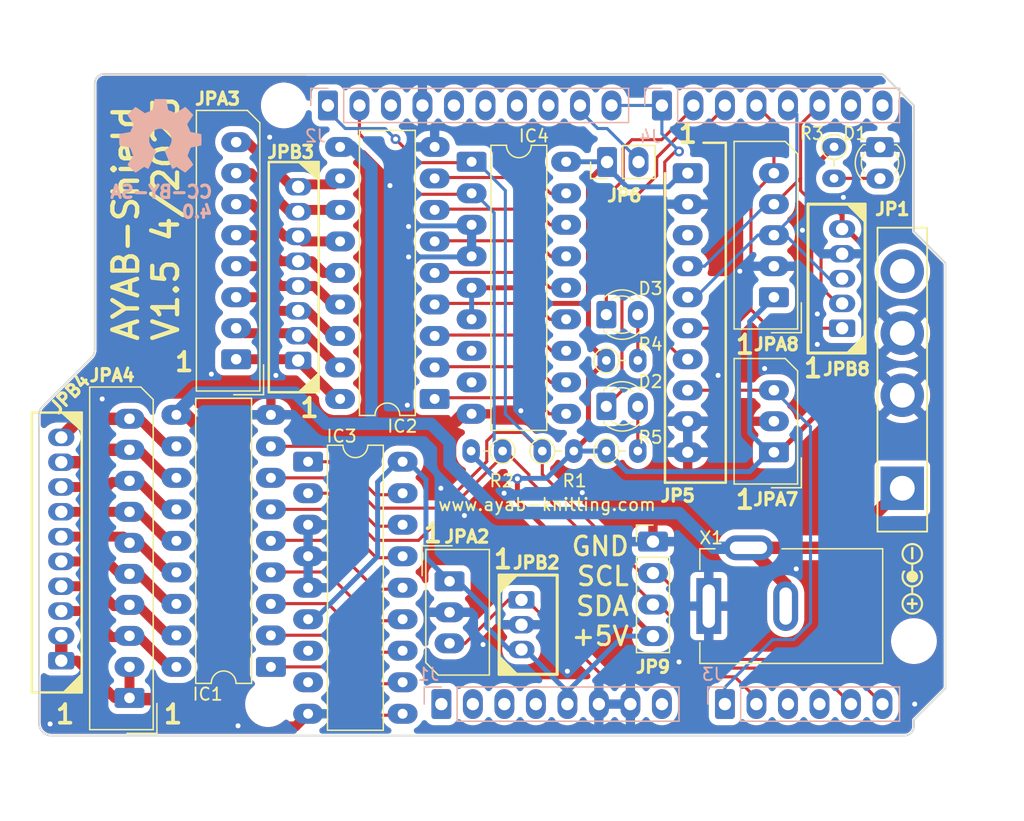
<source format=kicad_pcb>
(kicad_pcb (version 20241229) (generator "pcbnew") (generator_version "9.0")
  (title_block (title "AYAB-Shield") (date "2025-02-09") (rev "1.5THT") (company "AYAB Project") (comment 1 "GND pour fix (#46)") (comment 2 "Silkscreen clarity (#45)"))
  (layers (0 "F.Cu" signal) (2 "B.Cu" signal) (13 "F.Paste" user) (15 "B.Paste" user) (5 "F.SilkS" user "F.Silkscreen") (7 "B.SilkS" user "B.Silkscreen") (1 "F.Mask" user) (3 "B.Mask" user) (25 "Edge.Cuts" user))
  (net 0 "")
  (net 1 "/EOL_R")
  (net 2 "GND")
  (net 3 "+5V")
  (net 4 "+15V")
  (net 5 "/EOL_L")
  (net 6 "Net-(D1-A)")
  (net 7 "Net-(D2-A)")
  (net 8 "Net-(D3-A)")
  (net 9 "Net-(IC1-I7)")
  (net 10 "Net-(IC1-I5)")
  (net 11 "Net-(IC1-O8)")
  (net 12 "Net-(IC1-I6)")
  (net 13 "Net-(IC1-I1)")
  (net 14 "Net-(IC1-O7)")
  (net 15 "Net-(IC1-I4)")
  (net 16 "Net-(IC1-O3)")
  (net 17 "Net-(IC1-I8)")
  (net 18 "/SDA")
  (net 19 "/SCL")
  (net 20 "Net-(IC1-O4)")
  (net 21 "Net-(IC1-O2)")
  (net 22 "Net-(IC1-O5)")
  (net 23 "Net-(IC1-O1)")
  (net 24 "Net-(IC1-O6)")
  (net 25 "Net-(IC1-I3)")
  (net 26 "Net-(IC1-I2)")
  (net 27 "Net-(IC2-O5)")
  (net 28 "Net-(IC2-I8)")
  (net 29 "Net-(IC2-I2)")
  (net 30 "Net-(IC2-O7)")
  (net 31 "Net-(IC2-I5)")
  (net 32 "Net-(IC2-O2)")
  (net 33 "Net-(IC2-I3)")
  (net 34 "Net-(IC2-I1)")
  (net 35 "Net-(IC2-O6)")
  (net 36 "Net-(IC2-I4)")
  (net 37 "Net-(IC2-O1)")
  (net 38 "Net-(IC2-I7)")
  (net 39 "Net-(IC2-O3)")
  (net 40 "Net-(IC2-O4)")
  (net 41 "Net-(IC2-I6)")
  (net 42 "Net-(IC2-O8)")
  (net 48 "/ENC_C")
  (net 49 "/ENC_B")
  (net 50 "/ENC_A")
  (net 51 "/910_L")
  (net 52 "/LED_GRN")
  (net 53 "/BUZZ")
  (net 54 "/LED_YEL")
  (footprint "ayab-library:DIP-18_W7.62mm_LongPads" (layer "F.Cu") (at 142.1 102.9 180)
    (property "Reference" "IC2")
    (property "Value" "ULN2803A")
  )
  (footprint "ayab-library:Molex_SPOX_5267-10A_1x10_P2.50mm_Vertical" (layer "F.Cu") (at 117.5 127 90)
    (property "Reference" "JPA4")
    (property "Value" "1X10 2.5mm")
  )
  (footprint "ayab-library:Polarity_Center_Negative_2mm_SilkScreen" (layer "F.Cu") (at 180.6 117.4 90)
    (property "Reference" "G***" (hide yes))
    (property "Value" "Polarity_Center_Negative_2mm_SilkScreen" (hide yes))
  )
  (footprint "ayab-library:LED_D3.0mm" (layer "F.Cu") (at 178 82.6 -90)
    (property "Reference" "D1")
    (property "Value" "RED_3MM")
  )
  (footprint "ayab-library:LED_D3.0mm" (layer "F.Cu") (at 155.94 103.5)
    (property "Reference" "D2")
    (property "Value" "YEL_3MM")
  )
  (footprint "ayab-library:LED_D3.0mm" (layer "F.Cu") (at 155.94 96.1)
    (property "Reference" "D3")
    (property "Value" "GRN_3MM")
  )
  (footprint "ayab-library:CONN-TH_A2004WV-5P" (layer "F.Cu") (at 174.95 93.2 -90)
    (property "Reference" "JPB8")
    (property "Value" "1X5 2mm")
  )
  (footprint "ayab-library:PinHeader_1x02_P2.54mm_Vertical" (layer "F.Cu") (at 156 83.8 90)
    (property "Reference" "JP6")
    (property "Value" "1x2 2.5mm")
  )
  (footprint "ayab-library:530140810" (layer "F.Cu") (at 131.1 99.8 -90)
    (property "Reference" "JPB3")
    (property "Value" "1X8 2mm" (hide yes))
  )
  (footprint "ayab-library:SHDR10W70P0X250_1X10_2740X490X590P" (layer "F.Cu") (at 162.5 107.2 90)
    (property "Reference" "JP5")
    (property "Value" "1X10 2.5mm" (hide yes))
  )
  (footprint "ayab-library:R_Axial_DIN0204_L3.6mm_D1.6mm_P2.54mm_Vertical" (layer "F.Cu") (at 155.94 99.8)
    (property "Reference" "R4")
    (property "Value" "150")
  )
  (footprint "ayab-library:CONN-TH_3P-P2.00_A2004WV-3P" (layer "F.Cu") (at 149.1 121.1 90)
    (property "Reference" "JPB2")
    (property "Value" "1X3 2mm")
  )
  (footprint "ayab-library:530141010" (layer "F.Cu") (at 112 124 -90)
    (property "Reference" "JPB4")
    (property "Value" "1X10 2mm" (hide yes))
  )
  (footprint "ayab-library:DIP-18_W7.62mm_LongPads" (layer "F.Cu") (at 131.9 107.96)
    (property "Reference" "IC3")
    (property "Value" "MCP2300X/P")
  )
  (footprint "ayab-library:Brother_4P" (layer "F.Cu") (at 177.8 89.095 -90)
    (property "Reference" "JP1")
    (property "Value" "BROTHER POWER" (hide yes))
  )
  (footprint "ayab-library:MountingHole_3.2mm" (layer "F.Cu") (at 129.94 79.24)
    (property "Reference" "MH1" (hide yes))
    (property "Value" "MountingHole_3.2mm" (hide yes))
  )
  (footprint "ayab-library:MountingHole_3.2mm" (layer "F.Cu") (at 180.74 122.42)
    (property "Reference" "MH4" (hide yes))
    (property "Value" "MountingHole_3.2mm" (hide yes))
  )
  (footprint "ayab-library:PinHeader_1x04_P2.54mm_Vertical" (layer "F.Cu") (at 159.7 114.4)
    (property "Reference" "JP9")
    (property "Value" "1X5 2.5mm")
  )
  (footprint "ayab-library:R_Axial_DIN0204_L3.6mm_D1.6mm_P2.54mm_Vertical" (layer "F.Cu") (at 150.78 107.1)
    (property "Reference" "R1")
    (property "Value" "4K7")
  )
  (footprint "ayab-library:BarrelJack_Kycon_KLDX-0202-xC_Horizontal" (layer "F.Cu") (at 164.2 119.6 180)
    (property "Reference" "X1")
    (property "Value" "KLDX-0202-AC")
  )
  (footprint "ayab-library:DIP-18_W7.62mm_LongPads" (layer "F.Cu") (at 128.9 124.5 180)
    (property "Reference" "IC1")
    (property "Value" "ULN2803A")
  )
  (footprint "ayab-library:MountingHole_3.2mm" (layer "F.Cu") (at 128.67 127.5)
    (property "Reference" "MH2" (hide yes))
    (property "Value" "MountingHole_3.2mm" (hide yes))
  )
  (footprint "ayab-library:R_Axial_DIN0204_L3.6mm_D1.6mm_P2.54mm_Vertical" (layer "F.Cu") (at 174.3 82.58 -90)
    (property "Reference" "R3")
    (property "Value" "150")
  )
  (footprint "ayab-library:Molex_SPOX_5267-08A_1x08_P2.50mm_Vertical" (layer "F.Cu") (at 126.1 99.7 90)
    (property "Reference" "JPA3")
    (property "Value" "1X8 2.5mm")
  )
  (footprint "ayab-library:Molex_SPOX_5267-03A_1x03_P2.50mm_Vertical" (layer "F.Cu") (at 143.3 117.6 -90)
    (property "Reference" "JPA2")
    (property "Value" "1X3 2.5mm")
  )
  (footprint "ayab-library:R_Axial_DIN0204_L3.6mm_D1.6mm_P2.54mm_Vertical" (layer "F.Cu") (at 155.94 107.1)
    (property "Reference" "R5")
    (property "Value" "150")
  )
  (footprint "ayab-library:Molex_SPOX_5267-05A_1x05_P2.50mm_Vertical" (layer "F.Cu") (at 169.45 94.7 90)
    (property "Reference" "JPA8")
    (property "Value" "1X5 2.5mm")
  )
  (footprint "ayab-library:R_Axial_DIN0204_L3.6mm_D1.6mm_P2.54mm_Vertical" (layer "F.Cu") (at 147.58 107.1 180)
    (property "Reference" "R2")
    (property "Value" "4K7")
  )
  (footprint "ayab-library:DIP-18_W7.62mm_LongPads" (layer "F.Cu") (at 145.08 83.78)
    (property "Reference" "IC4")
    (property "Value" "MCP2300X/P")
  )
  (footprint "ayab-library:Molex_SPOX_5267-03A_1x03_P2.50mm_Vertical" (layer "F.Cu") (at 169.45 107.2 90)
    (property "Reference" "JPA7")
    (property "Value" "1X3 2.5mm")
  )
  (footprint "ayab-library:PinHeader_1x06_P2.54mm_Vertical" (layer "B.Cu") (at 165.5 127.5 -90)
    (property "Reference" "J3")
    (property "Value" "Analog")
  )
  (footprint "ayab-library:PinHeader_1x08_P2.54mm_Vertical" (layer "B.Cu") (at 142.64 127.5 -90)
    (property "Reference" "J1")
    (property "Value" "Power")
  )
  (footprint "Symbol:OSHW-Symbol_6.7x6mm_SilkScreen" (layer "B.Cu") (at 120 81.7 180)
    (property "Reference" "REF**" (hide yes))
    (property "Value" "OSHW-Symbol_6.7x6mm_SilkScreen" (hide yes))
  )
  (footprint "ayab-library:PinHeader_1x10_P2.54mm_Vertical" (layer "B.Cu") (at 133.496 79.24 -90)
    (property "Reference" "J2")
    (property "Value" "Digital/PWM")
  )
  (footprint "ayab-library:PinHeader_1x08_P2.54mm_Vertical" (layer "B.Cu") (at 160.42 79.24 -90)
    (property "Reference" "J4")
    (property "Value" "Digital/PWM")
  )
  (gr_line (start 180.74 89.4) (end 183.28 91.94) (stroke (width 0.15)) (layer "Edge.Cuts"))
  (gr_arc (start 110.2 104.214214) (mid 110.276116 103.831528) (end 110.492893 103.507107) (stroke (width 0.15)) (layer "Edge.Cuts"))
  (gr_line (start 179.978 130.04) (end 115.462 130.04) (stroke (width 0.15)) (layer "Edge.Cuts"))
  (gr_line (start 180.74 128.77) (end 180.74 129.278) (stroke (width 0.15)) (layer "Edge.Cuts"))
  (gr_line (start 183.28 91.94) (end 183.28 126.23) (stroke (width 0.15)) (layer "Edge.Cuts"))
  (gr_line (start 111.2 130.04) (end 115.462 130.04) (stroke (width 0.15)) (layer "Edge.Cuts"))
  (gr_line (start 183.28 126.23) (end 180.74 128.77) (stroke (width 0.15)) (layer "Edge.Cuts"))
  (gr_line (start 178.2 76.7) (end 180.74 79.24) (stroke (width 0.15)) (layer "Edge.Cuts"))
  (gr_line (start 180.74 79.24) (end 180.74 89.4) (stroke (width 0.15)) (layer "Edge.Cuts"))
  (gr_line (start 114.7 98.885786) (end 114.7 77.462) (stroke (width 0.15)) (layer "Edge.Cuts"))
  (gr_arc (start 114.7 98.885786) (mid 114.62388 99.268469) (end 114.407107 99.592893) (stroke (width 0.15)) (layer "Edge.Cuts"))
  (gr_line (start 114.407107 99.592893) (end 110.492893 103.507107) (stroke (width 0.15)) (layer "Edge.Cuts"))
  (gr_arc (start 111.2 130.04) (mid 110.492893 129.747107) (end 110.2 129.04) (stroke (width 0.15)) (layer "Edge.Cuts"))
  (gr_arc (start 180.74 129.278) (mid 180.516815 129.816815) (end 179.978 130.04) (stroke (width 0.15)) (layer "Edge.Cuts"))
  (gr_arc (start 114.7 77.462) (mid 114.923185 76.923185) (end 115.462 76.7) (stroke (width 0.15)) (layer "Edge.Cuts"))
  (gr_line (start 110.2 104.214214) (end 110.2 129.04) (stroke (width 0.15)) (layer "Edge.Cuts"))
  (gr_line (start 115.462 76.7) (end 178.2 76.7) (stroke (width 0.15)) (layer "Edge.Cuts"))
  (gr_text "AYAB-Shield\nV1.5 4/2025" (at 121.6 98.4 90) (layer "F.SilkS") (effects (font (size 2 2) (thickness 0.35) (bold yes)) (justify left bottom)))
  (gr_text "1" (at 166.2 99.4 0) (layer "F.SilkS") (effects (font (size 1.5 1.5) (thickness 0.3) (bold yes)) (justify left bottom)))
  (gr_text "1" (at 141.05 114.6 0) (layer "F.SilkS") (effects (font (size 1.5 1.5) (thickness 0.3) (bold yes)) (justify left bottom)))
  (gr_text "1" (at 161.6 82.4 0) (layer "F.SilkS") (effects (font (size 1.5 1.5) (thickness 0.3) (bold yes)) (justify left bottom)))
  (gr_text "1" (at 131.1 104.5 0) (layer "F.SilkS") (effects (font (size 1.5 1.5) (thickness 0.3) (bold yes)) (justify left bottom)))
  (gr_text "1" (at 121 100.8 0) (layer "F.SilkS") (effects (font (size 1.5 1.5) (thickness 0.3) (bold yes)) (justify left bottom)))
  (gr_text "GND\nSCL\nSDA\n+5V" (at 157.9 122.9 0) (layer "F.SilkS") (effects (font (size 1.5 1.5) (thickness 0.25) (bold yes)) (justify right bottom)))
  (gr_text "1" (at 120.1 129.2 0) (layer "F.SilkS") (effects (font (size 1.5 1.5) (thickness 0.3) (bold yes)) (justify left bottom)))
  (gr_text "1" (at 146.7 116.7 0) (layer "F.SilkS") (effects (font (size 1.5 1.5) (thickness 0.3) (bold yes)) (justify left bottom)))
  (gr_text "1" (at 166.2 111.9 0) (layer "F.SilkS") (effects (font (size 1.5 1.5) (thickness 0.3) (bold yes)) (justify left bottom)))
  (gr_text "1" (at 111.4 129.2 0) (layer "F.SilkS") (effects (font (size 1.5 1.5) (thickness 0.3) (bold yes)) (justify left bottom)))
  (gr_text "1" (at 171.7 101.3 0) (layer "F.SilkS") (effects (font (size 1.5 1.5) (thickness 0.3) (bold yes)) (justify left bottom)))
  (gr_text "www.ayab-knitting.com" (at 142.3 112 0) (layer "F.SilkS") (effects (font (size 1 1)) (justify left bottom)))
  (gr_text "CC-BY-SA\n4.0" (at 124.3 88.4 0) (layer "B.SilkS") (effects (font (size 1 1) (thickness 0.25) (bold yes)) (justify left bottom mirror)))
  (segment (start 162.7 102.2) (end 169.45 102.2) (width 0.25) (layer "F.Cu") (net 1))
  (segment (start 172.4 120.95) (end 171.05 122.3) (width 0.25) (layer "B.Cu") (net 1))
  (segment (start 169.45 102.2) (end 172.4 105.15) (width 0.25) (layer "B.Cu") (net 1))
  (segment (start 172.4 105.15) (end 172.4 120.95) (width 0.25) (layer "B.Cu") (net 1))
  (segment (start 169.35 122.3) (end 165.5 126.15) (width 0.25) (layer "B.Cu") (net 1))
  (segment (start 171.05 122.3) (end 169.35 122.3) (width 0.25) (layer "B.Cu") (net 1))
  (segment (start 169.55 102.2) (end 169.45 102.2) (width 0.4) (layer "B.Cu") (net 1))
  (segment (start 165.5 126.15) (end 165.5 127.5) (width 0.25) (layer "B.Cu") (net 1))
  (segment (start 169.4 102.2) (end 169.45 102.2) (width 0.4) (layer "B.Cu") (net 1))
  (segment (start 145.08 104.1) (end 144.4 104.1) (width 1) (layer "F.Cu") (net 2))
  (segment (start 169.6 104.7) (end 169.6325 104.7325) (width 0.25) (layer "F.Cu") (net 2))
  (segment (start 155.34 127.5) (end 157.88 127.5) (width 0.4) (layer "F.Cu") (net 2))
  (segment (start 169.8 92.2) (end 169.45 92.2) (width 0.25) (layer "F.Cu") (net 2))
  (segment (start 169.5675 104.7325) (end 169.6 104.7) (width 0.25) (layer "F.Cu") (net 2))
  (segment (start 131.9 128.28) (end 130.88 129.3) (width 0.8) (layer "F.Cu") (net 2))
  (segment (start 130.88 129.3) (end 130.2 129.3) (width 0.8) (layer "F.Cu") (net 2))
  (segment (start 144.4 104.1) (end 143.8 104.7) (width 1) (layer "F.Cu") (net 2))
  (via (at 180.8 127.5) (size 0.8) (drill 0.4) (layers "F.Cu" "B.Cu") (net 2))
  (via (at 139.9 103.4) (size 0.8) (drill 0.4) (layers "F.Cu" "B.Cu") (net 2))
  (via (at 152.8 124.85) (size 0.8) (drill 0.4) (layers "F.Cu" "B.Cu") (net 2))
  (via (at 171.25 116.6) (size 0.8) (drill 0.4) (layers "F.Cu" "B.Cu") (net 2))
  (via (at 128.8 81.8) (size 0.8) (drill 0.4) (layers "F.Cu" "B.Cu") (net 2))
  (via (at 140 89) (size 0.8) (drill 0.4) (layers "F.Cu" "B.Cu") (net 2))
  (via (at 124.1 100.9) (size 0.8) (drill 0.4) (layers "F.Cu" "B.Cu") (net 2))
  (via (at 142.6 110.1) (size 0.8) (drill 0.4) (layers "F.Cu" "B.Cu") (net 2))
  (via (at 140 91.45) (size 0.8) (drill 0.4) (layers "F.Cu" "B.Cu") (net 2))
  (via (at 172.95 96.05) (size 0.8) (drill 0.4) (layers "F.Cu" "B.Cu") (net 2))
  (via (at 161.8 124.1) (size 0.8) (drill 0.4) (layers "F.Cu" "B.Cu") (net 2))
  (via (at 138.5 85.7) (size 0.8) (drill 0.4) (layers "F.Cu" "B.Cu") (net 2))
  (via (at 144.5 112.3) (size 0.8) (drill 0.4) (layers "F.Cu" "B.Cu") (net 2))
  (via (at 126.25 129.25) (size 0.8) (drill 0.4) (layers "F.Cu" "B.Cu") (net 2))
  (via (at 115.3 102.9) (size 0.8) (drill 0.4) (layers "F.Cu" "B.Cu") (net 2))
  (via (at 164.95 101) (size 0.8) (drill 0.4) (layers "F.Cu" "B.Cu") (net 2))
  (via (at 111.1 129.1) (size 0.8) (drill 0.4) (layers "F.Cu" "B.Cu") (net 2))
  (via (at 166.7 92.6) (size 0.8) (drill 0.4) (layers "F.Cu" "B.Cu") (net 2))
  (via (at 154 110.45) (size 0.8) (drill 0.4) (layers "F.Cu" "B.Cu") (net 2))
  (via (at 172.95 98.5) (size 0.8) (drill 0.4) (layers "F.Cu" "B.Cu") (net 2))
  (via (at 146 122.7) (size 0.8) (drill 0.4) (layers "F.Cu" "B.Cu") (net 2))
  (via (at 168.7 100.45) (size 0.8) (drill 0.4) (layers "F.Cu" "B.Cu") (net 2))
  (via (at 129.3 101) (size 0.8) (drill 0.4) (layers "F.Cu" "B.Cu") (net 2))
  (via (at 149.05 103.85) (size 0.8) (drill 0.4) (layers "F.Cu" "B.Cu") (net 2))
  (via (at 171.75 89.3) (size 0.8) (drill 0.4) (layers "F.Cu" "B.Cu") (net 2))
  (via (at 175.05 86.65) (size 0.8) (drill 0.4) (layers "F.Cu" "B.Cu") (net 2))
  (via (at 147.7 110.5) (size 0.8) (drill 0.4) (layers "F.Cu" "B.Cu") (net 2))
  (segment (start 144.99 88.95) (end 145.08 88.86) (width 0.4) (layer "B.Cu") (net 2))
  (segment (start 140 91.45) (end 145.03 91.45) (width 0.4) (layer "B.Cu") (net 2))
  (segment (start 174.95 91.2) (end 174.5 91.2) (width 0.25) (layer "B.Cu") (net 2))
  (segment (start 140.05 88.95) (end 144.99 88.95) (width 0.4) (layer "B.Cu") (net 2))
  (segment (start 140 89) (end 140.05 88.95) (width 0.4) (layer "B.Cu") (net 2))
  (segment (start 145.03 91.45) (end 145.08 91.4) (width 0.4) (layer "B.Cu") (net 2))
  (segment (start 145.08 104.1) (end 144.9 104.1) (width 0.4) (layer "B.Cu") (net 2))
  (segment (start 145.1 96.5) (end 145.08 96.48) (width 0.4) (layer "F.Cu") (net 3))
  (segment (start 154.5 95.2) (end 154.5 85.3) (width 0.4) (layer "F.Cu") (net 3))
  (segment (start 151.4 95.2) (end 154.5 95.2) (width 0.4) (layer "F.Cu") (net 3))
  (segment (start 154.5 95.2) (end 154.5 98.4) (width 0.4) (layer "F.Cu") (net 3))
  (segment (start 154.5 85.3) (end 155.905 83.895) (width 0.4) (layer "F.Cu") (net 3))
  (segment (start 148.8 123.1) (end 149.4 123.1) (width 0.4) (layer "F.Cu") (net 3))
  (segment (start 148.771005 109.328995) (end 148.771005 111.091005) (width 0.4) (layer "F.Cu") (net 3))
  (segment (start 149.4 123.1) (end 149.1 123.1) (width 0.4) (layer "F.Cu") (net 3))
  (segment (start 150.14 93.94) (end 151.4 95.2) (width 0.4) (layer "F.Cu") (net 3))
  (segment (start 174.95 89.2) (end 174.95 88.05) (width 0.4) (layer "F.Cu") (net 3))
  (segment (start 172.6 84.28) (end 174.3 82.58) (width 0.4) (layer "F.Cu") (net 3))
  (segment (start 145.08 93.94) (end 150.14 93.94) (width 0.4) (layer "F.Cu") (net 3))
  (segment (start 154.5 105.92) (end 154.5 101.24) (width 0.4) (layer "F.Cu") (net 3))
  (segment (start 152.8 127.5) (end 152.8 126.5) (width 0.4) (layer "F.Cu") (net 3))
  (segment (start 155.9 99.8) (end 155.94 99.8) (width 0.4) (layer "F.Cu") (net 3))
  (segment (start 172.6 85.7) (end 172.6 84.28) (width 0.4) (layer "F.Cu") (net 3))
  (segment (start 156.2 83.895) (end 156.085 83.78) (width 0.4) (layer "F.Cu") (net 3))
  (segment (start 148.771005 111.091005) (end 159.7 122.02) (width 0.4) (layer "F.Cu") (net 3))
  (segment (start 153.32 107.1) (end 154.5 105.92) (width 0.4) (layer "F.Cu") (net 3))
  (segment (start 169.85 107.2) (end 169.45 107.2) (width 0.4) (layer "F.Cu") (net 3))
  (segment (start 174.95 88.05) (end 172.6 85.7) (width 0.4) (layer "F.Cu") (net 3))
  (segment (start 176.7 90.6) (end 176.7 100.35) (width 0.4) (layer "F.Cu") (net 3))
  (segment (start 139.58 107.9) (end 139.52 107.96) (width 0.4) (layer "F.Cu") (net 3))
  (segment (start 176.7 100.35) (end 169.85 107.2) (width 0.4) (layer "F.Cu") (net 3))
  (segment (start 154.5 101.24) (end 155.94 99.8) (width 0.4) (layer "F.Cu") (net 3))
  (segment (start 155.905 83.895) (end 156.2 83.895) (width 0.4) (layer "F.Cu") (net 3))
  (segment (start 154.5 98.4) (end 155.9 99.8) (width 0.4) (layer "F.Cu") (net 3))
  (segment (start 175.3 89.2) (end 176.7 90.6) (width 0.4) (layer "F.Cu") (net 3))
  (segment (start 175.2 89.2) (end 174.95 89.2) (width 0.25) (layer "F.Cu") (net 3))
  (segment (start 174.95 89.2) (end 175.3 89.2) (width 0.4) (layer "F.Cu") (net 3))
  (via (at 148.771005 109.328995) (size 0.8) (drill 0.4) (layers "F.Cu" "B.Cu") (net 3))
  (segment (start 139.14 107.96) (end 137.5 109.6) (width 0.4) (layer "B.Cu") (net 3))
  (segment (start 141.4 109.4) (end 141.4 115.7) (width 0.4) (layer "B.Cu") (net 3))
  (segment (start 148.8 109.3) (end 151.12 109.3) (width 0.4) (layer "B.Cu") (net 3))
  (segment (start 167.5 108.75) (end 157.59 108.75) (width 0.4) (layer "B.Cu") (net 3))
  (segment (start 148.771005 109.328995) (end 148.8 109.3) (width 0.4) (layer "B.Cu") (net 3))
  (segment (start 145.08 93.94) (end 145.08 96.48) (width 0.4) (layer "B.Cu") (net 3))
  (segment (start 137.5 109.6) (end 137.5 115.6) (width 0.4) (layer "B.Cu") (net 3))
  (segment (start 157.59 108.75) (end 155.94 107.1) (width 0.4) (layer "B.Cu") (net 3))
  (segment (start 169.05 107.2) (end 167.5 105.65) (width 0.4) (layer "B.Cu") (net 3))
  (segment (start 132.44 120.66) (end 131.9 120.66) (width 0.4) (layer "B.Cu") (net 3))
  (segment (start 155.94 107.1) (end 153.32 107.1) (width 0.4) (layer "B.Cu") (net 3))
  (segment (start 137.5 115.6) (end 132.44 120.66) (width 0.4) (layer "B.Cu") (net 3))
  (segment (start 139.52 107.96) (end 139.14 107.96) (width 0.4) (layer "B.Cu") (net 3))
  (segment (start 157.28 122.02) (end 159.7 122.02) (width 0.4) (layer "B.Cu") (net 3))
  (segment (start 157.6 85.8) (end 160.95 85.8) (width 0.4) (layer "B.Cu") (net 3))
  (segment (start 141.4 115.7) (end 143.3 117.6) (width 0.4) (layer "B.Cu") (net 3))
  (segment (start 152.8 127.5) (end 152.8 126.5) (width 0.4) (layer "B.Cu") (net 3))
  (segment (start 146.3 119.9) (end 144 117.6) (width 0.4) (layer "B.Cu") (net 3))
  (segment (start 174.95 89.2) (end 174.8 89.2) (width 0.25) (layer "B.Cu") (net 3))
  (segment (start 160.95 85.8) (end 162.05 84.7) (width 0.4) (layer "B.Cu") (net 3))
  (segment (start 156.105 84.305) (end 157.6 85.8) (width 0.4) (layer "B.Cu") (net 3))
  (segment (start 152.8 126.5) (end 149.4 123.1) (width 0.4) (layer "B.Cu") (net 3))
  (segment (start 149.1 123.1) (end 148.1 123.1) (width 0.4) (layer "B.Cu") (net 3))
  (segment (start 139.96 107.96) (end 141.4 109.4) (width 0.4) (layer "B.Cu") (net 3))
  (segment (start 144 117.6) (end 143.3 117.6) (width 0.4) (layer "B.Cu") (net 3))
  (segment (start 152.8 126.5) (end 157.28 122.02) (width 0.4) (layer "B.Cu") (net 3))
  (segment (start 169.45 94.7) (end 169.1 94.7) (width 0.25) (layer "B.Cu") (net 3))
  (segment (start 156.105 83.8) (end 156.105 84.305) (width 0.4) (layer "B.Cu") (net 3))
  (segment (start 148.1 123.1) (end 146.3 121.3) (width 0.4) (layer "B.Cu") (net 3))
  (segment (start 162.05 84.7) (end 162.5 84.7) (width 0.4) (layer "B.Cu") (net 3))
  (segment (start 169.05 107.2) (end 167.5 108.75) (width 0.4) (layer "B.Cu") (net 3))
  (segment (start 145.04 107.34) (end 145.04 107.1) (width 0.4) (layer "B.Cu") (net 3))
  (segment (start 148.771005 109.328995) (end 147.028995 109.328995) (width 0.4) (layer "B.Cu") (net 3))
  (segment (start 147.028995 109.328995) (end 145.04 107.34) (width 0.4) (layer "B.Cu") (net 3))
  (segment (start 143.3 117.6) (end 143.25 117.6) (width 0.25) (layer "B.Cu") (net 3))
  (segment (start 167.5 105.65) (end 167.5 96.65) (width 0.4) (layer "B.Cu") (net 3))
  (segment (start 139.52 107.96) (end 139.96 107.96) (width 0.4) (layer "B.Cu") (net 3))
  (segment (start 146.3 121.3) (end 146.3 119.9) (width 0.4) (layer "B.Cu") (net 3))
  (segment (start 152.7 83.78) (end 156.085 83.78) (width 0.4) (layer "B.Cu") (net 3))
  (segment (start 169.45 94.55) (end 169.45 94.7) (width 0.25) (layer "B.Cu") (net 3))
  (segment (start 167.5 96.65) (end 169.45 94.7) (width 0.4) (layer "B.Cu") (net 3))
  (segment (start 151.12 109.3) (end 153.32 107.1) (width 0.4) (layer "B.Cu") (net 3))
  (segment (start 169.45 107.2) (end 169.05 107.2) (width 0.4) (layer "B.Cu") (net 3))
  (segment (start 167.45 114.9) (end 167.4 114.9) (width 1) (layer "F.Cu") (net 4))
  (segment (start 123.6 125.5) (end 123.6 105.7) (width 1) (layer "F.Cu") (net 4))
  (segment (start 112 124) (end 112 122) (width 1) (layer "F.Cu") (net 4))
  (segment (start 167.4 114.9) (end 174.9 114.9) (width 1) (layer "F.Cu") (net 4))
  (segment (start 117.5 127) (end 117.6 127.1) (width 0.8) (layer "F.Cu") (net 4))
  (segment (start 112.3 124) (end 113.3 124) (width 0.8) (layer "F.Cu") (net 4))
  (segment (start 174.9 114.9) (end 179.7 110.1) (width 1) (layer "F.Cu") (net 4))
  (segment (start 170.4 119.6) (end 170.4 117.85) (width 1) (layer "F.Cu") (net 4))
  (segment (start 170.4 117.85) (end 167.45 114.9) (width 1) (layer "F.Cu") (net 4))
  (segment (start 170.6 119.6) (end 170.4 119.6) (width 1) (layer "F.Cu") (net 4))
  (segment (start 117.5 127) (end 117.5 124.5) (width 0.8) (layer "F.Cu") (net 4))
  (segment (start 122 127.1) (end 123.6 125.5) (width 1) (layer "F.Cu") (net 4))
  (segment (start 117.6 127.1) (end 122 127.1) (width 1) (layer "F.Cu") (net 4))
  (segment (start 116.3 127) (end 117.5 127) (width 0.8) (layer "F.Cu") (net 4))
  (segment (start 113.3 124) (end 116.3 127) (width 0.8) (layer "F.Cu") (net 4))
  (segment (start 123.6 105.7) (end 122.08 104.18) (width 1) (layer "F.Cu") (net 4))
  (segment (start 122.08 104.18) (end 121.28 104.18) (width 1) (layer "F.Cu") (net 4))
  (segment (start 122.9 102.4) (end 130.85 102.4) (width 1) (layer "B.Cu") (net 4))
  (segment (start 137 104.9) (end 141.8 104.9) (width 1) (layer "B.Cu") (net 4))
  (segment (start 147.3 112.1) (end 161.8 112.1) (width 1) (layer "B.Cu") (net 4))
  (segment (start 134.48 82.58) (end 135.38 82.58) (width 1) (layer "B.Cu") (net 4))
  (segment (start 143.3 108.1) (end 147.3 112.1) (width 1) (layer "B.Cu") (net 4))
  (segment (start 121.28 104.02) (end 122.9 102.4) (width 1) (layer "B.Cu") (net 4))
  (segment (start 137 84.2) (end 137 104.9) (width 1) (layer "B.Cu") (net 4))
  (segment (start 135.38 82.58) (end 137 84.2) (width 1) (layer "B.Cu") (net 4))
  (segment (start 121.28 104.18) (end 121.28 104.02) (width 1) (layer "B.Cu") (net 4))
  (segment (start 141.8 104.9) (end 143.3 106.4) (width 1) (layer "B.Cu") (net 4))
  (segment (start 130.85 102.4) (end 133.35 104.9) (width 1) (layer "B.Cu") (net 4))
  (segment (start 164.6 114.9) (end 167.4 114.9) (width 1) (layer "B.Cu") (net 4))
  (segment (start 133.35 104.9) (end 137 104.9) (width 1) (layer "B.Cu") (net 4))
  (segment (start 161.8 112.1) (end 164.6 114.9) (width 1) (layer "B.Cu") (net 4))
  (segment (start 143.3 106.4) (end 143.3 108.1) (width 1) (layer "B.Cu") (net 4))
  (segment (start 155.7 125.3) (end 149.5 119.1) (width 0.25) (layer "F.Cu") (net 5))
  (segment (start 168.04 127.5) (end 168.04 127.04) (width 0.25) (layer "F.Cu") (net 5))
  (segment (start 143.3 122.6) (end 144.55 122.6) (width 0.25) (layer "F.Cu") (net 5))
  (segment (start 168.04 127.04) (end 166.3 125.3) (width 0.25) (layer "F.Cu") (net 5))
  (segment (start 143.25 122.6) (end 143.35 122.7) (width 0.4) (layer "F.Cu") (net 5))
  (segment (start 166.3 125.3) (end 155.7 125.3) (width 0.25) (layer "F.Cu") (net 5))
  (segment (start 144.55 122.6) (end 148.05 119.1) (width 0.25) (layer "F.Cu") (net 5))
  (segment (start 149.5 119.1) (end 148.8 119.1) (width 0.25) (layer "F.Cu") (net 5))
  (segment (start 148.05 119.1) (end 149.1 119.1) (width 0.25) (layer "F.Cu") (net 5))
  (segment (start 174.3 85.12) (end 177.98 85.12) (width 0.25) (layer "F.Cu") (net 6))
  (segment (start 177.98 85.12) (end 178 85.14) (width 0.25) (layer "F.Cu") (net 6))
  (segment (start 158.48 103.5) (end 158.48 107.1) (width 0.25) (layer "F.Cu") (net 7))
  (segment (start 158.48 96.1) (end 158.48 99.8) (width 0.25) (layer "F.Cu") (net 8))
  (segment (start 137.36 113.16) (end 133.46 109.26) (width 0.25) (layer "F.Cu") (net 9))
  (segment (start 133.46 109.26) (end 128.9 109.26) (width 0.25) (layer "F.Cu") (net 9))
  (segment (start 139.52 113.16) (end 137.36 113.16) (width 0.25) (layer "F.Cu") (net 9))
  (segment (start 137.34 118.24) (end 133.4 114.3) (width 0.25) (layer "F.Cu") (net 10))
  (segment (start 133.4 114.3) (end 128.94 114.3) (width 0.25) (layer "F.Cu") (net 10))
  (segment (start 128.94 114.3) (end 128.9 114.34) (width 0.25) (layer "F.Cu") (net 10))
  (segment (start 139.52 118.24) (end 137.34 118.24) (width 0.25) (layer "F.Cu") (net 10))
  (segment (start 113.5 104.5) (end 117.5 104.5) (width 1) (layer "F.Cu") (net 11))
  (segment (start 112 106) (end 113.5 104.5) (width 1) (layer "F.Cu") (net 11))
  (segment (start 121.28 106.72) (end 120.52 106.72) (width 0.8) (layer "F.Cu") (net 11))
  (segment (start 118.3 104.5) (end 117.5 104.5) (width 0.8) (layer "F.Cu") (net 11))
  (segment (start 120.52 106.72) (end 118.3 104.5) (width 0.8) (layer "F.Cu") (net 11))
  (segment (start 137.4 115.7) (end 133.5 111.8) (width 0.25) (layer "F.Cu") (net 12))
  (segment (start 133.5 111.8) (end 128.9 111.8) (width 0.25) (layer "F.Cu") (net 12))
  (segment (start 139.52 115.7) (end 137.4 115.7) (width 0.25) (layer "F.Cu") (net 12))
  (segment (start 133.5 124.5) (end 128.9 124.5) (width 0.25) (layer "F.Cu") (net 13))
  (segment (start 139.52 128.4) (end 137.4 128.4) (width 0.25) (layer "F.Cu") (net 13))
  (segment (start 137.4 128.4) (end 133.5 124.5) (width 0.25) (layer "F.Cu") (net 13))
  (segment (start 114.1 108) (end 112 108) (width 1) (layer "F.Cu") (net 14))
  (segment (start 117.5 107) (end 115.1 107) (width 1) (layer "F.Cu") (net 14))
  (segment (start 117.5 107.1) (end 118.35 107.1) (width 0.8) (layer "F.Cu") (net 14))
  (segment (start 120.51 109.26) (end 121.28 109.26) (width 0.8) (layer "F.Cu") (net 14))
  (segment (start 118.35 107.1) (end 120.51 109.26) (width 0.8) (layer "F.Cu") (net 14))
  (segment (start 115.1 107) (end 114.1 108) (width 1) (layer "F.Cu") (net 14))
  (segment (start 133.349999 116.85) (end 128.93 116.85) (width 0.25) (layer "F.Cu") (net 15))
  (segment (start 139.52 120.78) (end 137.279999 120.78) (width 0.25) (layer "F.Cu") (net 15))
  (segment (start 128.93 116.85) (end 128.9 116.88) (width 0.25) (layer "F.Cu") (net 15))
  (segment (start 137.279999 120.78) (end 133.349999 116.85) (width 0.25) (layer "F.Cu") (net 15))
  (segment (start 112.3 116) (end 115.7 116) (width 0.8) (layer "F.Cu") (net 16))
  (segment (start 118.35 117.1) (end 120.67 119.42) (width 0.8) (layer "F.Cu") (net 16))
  (segment (start 116.8 117.1) (end 118.35 117.1) (width 0.8) (layer "F.Cu") (net 16))
  (segment (start 115.7 116) (end 116.8 117.1) (width 0.8) (layer "F.Cu") (net 16))
  (segment (start 120.67 119.42) (end 121.28 119.42) (width 0.8) (layer "F.Cu") (net 16))
  (segment (start 133.42 106.72) (end 128.9 106.72) (width 0.25) (layer "F.Cu") (net 17))
  (segment (start 139.52 110.62) (end 137.32 110.62) (width 0.25) (layer "F.Cu") (net 17))
  (segment (start 137.32 110.62) (end 133.42 106.72) (width 0.25) (layer "F.Cu") (net 17))
  (segment (start 147.8 107.1) (end 149.7 109) (width 0.25) (layer "F.Cu") (net 18))
  (segment (start 133.5 110.5) (end 137.3 114.3) (width 0.25) (layer "F.Cu") (net 18))
  (segment (start 175.66 127.5) (end 172.76 124.6) (width 0.25) (layer "F.Cu") (net 18))
  (segment (start 140.9 86.4) (end 145 86.4) (width 0.25) (layer "F.Cu") (net 18))
  (segment (start 149.7 109.4) (end 159.7 119.4) (width 0.25) (layer "F.Cu") (net 18))
  (segment (start 160.18 119.48) (end 159.7 119.48) (width 0.25) (layer "F.Cu") (net 18))
  (segment (start 145 86.4) (end 145.08 86.32) (width 0.25) (layer "F.Cu") (net 18))
  (segment (start 164 124.6) (end 161.6 122.2) (width 0.25) (layer "F.Cu") (net 18))
  (segment (start 137.3 114.3) (end 140.8 114.3) (width 0.25) (layer "F.Cu") (net 18))
  (segment (start 159.7 119.4) (end 159.7 119.48) (width 0.25) (layer "F.Cu") (net 18))
  (segment (start 140.8 114.3) (end 147.58 107.52) (width 0.25) (layer "F.Cu") (net 18))
  (segment (start 161.6 120.9) (end 160.18 119.48) (width 0.25) (layer "F.Cu") (net 18))
  (segment (start 136.036 79.24) (end 136.036 81.536) (width 0.25) (layer "F.Cu") (net 18))
  (segment (start 172.76 124.6) (end 164 124.6) (width 0.25) (layer "F.Cu") (net 18))
  (segment (start 136.036 81.536) (end 140.9 86.4) (width 0.25) (layer "F.Cu") (net 18))
  (segment (start 131.9 110.5) (end 133.5 110.5) (width 0.25) (layer "F.Cu") (net 18))
  (segment (start 149.7 109) (end 149.7 109.4) (width 0.25) (layer "F.Cu") (net 18))
  (segment (start 147.58 107.52) (end 147.58 107.1) (width 0.25) (layer "F.Cu") (net 18))
  (segment (start 147.58 107.1) (end 147.8 107.1) (width 0.25) (layer "F.Cu") (net 18))
  (segment (start 161.6 122.2) (end 161.6 120.9) (width 0.25) (layer "F.Cu") (net 18))
  (segment (start 146.9 106.42) (end 147.58 107.1) (width 0.25) (layer "B.Cu") (net 18))
  (segment (start 146.9 87.9) (end 146.9 106.42) (width 0.25) (layer "B.Cu") (net 18))
  (segment (start 145.32 86.32) (end 146.9 87.9) (width 0.25) (layer "B.Cu") (net 18))
  (segment (start 145.08 86.32) (end 145.32 86.32) (width 0.25) (layer "B.Cu") (net 18))
  (segment (start 160.14 116.94) (end 159.7 116.94) (width 0.25) (layer "F.Cu") (net 19))
  (segment (start 144 83.85) (end 140.85 83.85) (width 0.25) (layer "F.Cu") (net 19))
  (segment (start 142.55 111.7) (end 146.3 107.95) (width 0.25) (layer "F.Cu") (net 19))
  (segment (start 162.3 119.1) (end 160.14 116.94) (width 0.25) (layer "F.Cu") (net 19))
  (segment (start 133.56 107.96) (end 137.3 111.7) (width 0.25) (layer "F.Cu") (net 19))
  (segment (start 147 105.6) (end 149.2 105.6) (width 0.25) (layer "F.Cu") (net 19))
  (segment (start 146.3 107.95) (end 146.3 106.3) (width 0.25) (layer "F.Cu") (net 19))
  (segment (start 140.85 83.85) (end 138.95 81.95) (width 0.25) (layer "F.Cu") (net 19))
  (segment (start 137.3 111.7) (end 142.55 111.7) (width 0.25) (layer "F.Cu") (net 19))
  (segment (start 174.6 123.9) (end 164.3 123.9) (width 0.25) (layer "F.Cu") (net 19))
  (segment (start 144.07 83.78) (end 144 83.85) (width 0.25) (layer "F.Cu") (net 19))
  (segment (start 145.08 83.78) (end 144.07 83.78) (width 0.25) (layer "F.Cu") (net 19))
  (segment (start 164.3 123.9) (end 162.3 121.9) (width 0.25) (layer "F.Cu") (net 19))
  (segment (start 146.3 106.3) (end 147 105.6) (width 0.25) (layer "F.Cu") (net 19))
  (segment (start 178.2 127.5) (end 174.6 123.9) (width 0.25) (layer "F.Cu") (net 19))
  (segment (start 145.08 83.77) (end 145.1 83.75) (width 0.25) (layer "F.Cu") (net 19))
  (segment (start 158.74 116.94) (end 150.78 108.98) (width 0.25) (layer "F.Cu") (net 19))
  (segment (start 150.7 107.1) (end 150.78 107.1) (width 0.25) (layer "F.Cu") (net 19))
  (segment (start 145.08 83.78) (end 145.08 83.77) (width 0.25) (layer "F.Cu") (net 19))
  (segment (start 149.2 105.6) (end 150.7 107.1) (width 0.25) (layer "F.Cu") (net 19))
  (segment (start 159.7 116.94) (end 158.74 116.94) (width 0.25) (layer "F.Cu") (net 19))
  (segment (start 150.78 108.98) (end 150.78 107.1) (width 0.25) (layer "F.Cu") (net 19))
  (segment (start 131.9 107.96) (end 133.56 107.96) (width 0.25) (layer "F.Cu") (net 19))
  (segment (start 162.3 121.9) (end 162.3 119.1) (width 0.25) (layer "F.Cu") (net 19))
  (via (at 138.95 81.95) (size 0.8) (drill 0.4) (layers "F.Cu" "B.Cu") (net 19))
  (segment (start 145.08 83.78) (end 145.48 83.78) (width 0.25) (layer "B.Cu") (net 19))
  (segment (start 147.8 104.12) (end 150.78 107.1) (width 0.25) (layer "B.Cu") (net 19))
  (segment (start 138.95 81.95) (end 138.1 81.1) (width 0.25) (layer "B.Cu") (net 19))
  (segment (start 147.8 86.1) (end 147.8 104.12) (width 0.25) (layer "B.Cu") (net 19))
  (segment (start 134.9 81.1) (end 133.496 79.696) (width 0.25) (layer "B.Cu") (net 19))
  (segment (start 138.1 81.1) (end 134.9 81.1) (width 0.25) (layer "B.Cu") (net 19))
  (segment (start 133.496 79.696) (end 133.496 79.24) (width 0.25) (layer "B.Cu") (net 19))
  (segment (start 145.48 83.78) (end 147.8 86.1) (width 0.25) (layer "B.Cu") (net 19))
  (segment (start 112.3 114) (end 117 114) (width 0.8) (layer "F.Cu") (net 20))
  (segment (start 120.63 116.88) (end 121.28 116.88) (width 0.8) (layer "F.Cu") (net 20))
  (segment (start 118.35 114.6) (end 120.63 116.88) (width 0.8) (layer "F.Cu") (net 20))
  (segment (start 117 114) (end 117.6 114.6) (width 0.8) (layer "F.Cu") (net 20))
  (segment (start 117.6 114.6) (end 118.35 114.6) (width 0.8) (layer "F.Cu") (net 20))
  (segment (start 118.25 119.6) (end 120.61 121.96) (width 0.8) (layer "F.Cu") (net 21))
  (segment (start 114.65 118) (end 116.25 119.6) (width 0.8) (layer "F.Cu") (net 21))
  (segment (start 112.3 118) (end 114.65 118) (width 0.8) (layer "F.Cu") (net 21))
  (segment (start 116.25 119.6) (end 118.25 119.6) (width 0.8) (layer "F.Cu") (net 21))
  (segment (start 120.61 121.96) (end 121.28 121.96) (width 0.8) (layer "F.Cu") (net 21))
  (segment (start 117.5 112) (end 112.3 112) (width 0.8) (layer "F.Cu") (net 22))
  (segment (start 118.35 112.1) (end 120.59 114.34) (width 0.8) (layer "F.Cu") (net 22))
  (segment (start 120.59 114.34) (end 121.28 114.34) (width 0.8) (layer "F.Cu") (net 22))
  (segment (start 117.5 112) (end 117.6 112.1) (width 0.8) (layer "F.Cu") (net 22))
  (segment (start 117.6 112.1) (end 118.35 112.1) (width 0.8) (layer "F.Cu") (net 22))
  (segment (start 118.3 122.1) (end 120.7 124.5) (width 0.8) (layer "F.Cu") (net 23))
  (segment (start 116.05 122.1) (end 118.3 122.1) (width 0.8) (layer "F.Cu") (net 23))
  (segment (start 112.3 120) (end 113.95 120) (width 0.8) (layer "F.Cu") (net 23))
  (segment (start 120.7 124.5) (end 121.28 124.5) (width 0.8) (layer "F.Cu") (net 23))
  (segment (start 113.95 120) (end 116.05 122.1) (width 0.8) (layer "F.Cu") (net 23))
  (segment (start 112.3 110) (end 115.7 110) (width 0.8) (layer "F.Cu") (net 24))
  (segment (start 116.1 109.6) (end 118.3 109.6) (width 0.8) (layer "F.Cu") (net 24))
  (segment (start 120.5 111.8) (end 121.28 111.8) (width 0.8) (layer "F.Cu") (net 24))
  (segment (start 115.7 110) (end 116.1 109.6) (width 0.8) (layer "F.Cu") (net 24))
  (segment (start 118.3 109.6) (end 120.5 111.8) (width 0.8) (layer "F.Cu") (net 24))
  (segment (start 139.52 123.32) (end 137.42 123.32) (width 0.25) (layer "F.Cu") (net 25))
  (segment (start 137.42 123.32) (end 133.5 119.4) (width 0.25) (layer "F.Cu") (net 25))
  (segment (start 133.5 119.4) (end 128.92 119.4) (width 0.25) (layer "F.Cu") (net 25))
  (segment (start 128.92 119.4) (end 128.9 119.42) (width 0.25) (layer "F.Cu") (net 25))
  (segment (start 137.36 125.86) (end 133.45 121.95) (width 0.25) (layer "F.Cu") (net 26))
  (segment (start 133.45 121.95) (end 128.91 121.95) (width 0.25) (layer "F.Cu") (net 26))
  (segment (start 139.52 125.86) (end 137.36 125.86) (width 0.25) (layer "F.Cu") (net 26))
  (segment (start 128.91 121.95) (end 128.9 121.96) (width 0.25) (layer "F.Cu") (net 26))
  (segment (start 127.6 89.7) (end 126.1 89.7) (width 0.8) (layer "F.Cu") (net 27))
  (segment (start 129.7 91.8) (end 127.6 89.7) (width 0.8) (layer "F.Cu") (net 27))
  (segment (start 133.14 92.74) (end 132.2 91.8) (width 0.8) (layer "F.Cu") (net 27))
  (segment (start 131.1 91.8) (end 129.7 91.8) (width 0.8) (layer "F.Cu") (net 27))
  (segment (start 132.2 91.8) (end 131.1 91.8) (width 0.8) (layer "F.Cu") (net 27))
  (segment (start 134.48 92.74) (end 133.14 92.74) (width 0.8) (layer "F.Cu") (net 27))
  (segment (start 142.1 85.12) (end 142.17 85.05) (width 0.25) (layer "F.Cu") (net 28))
  (segment (start 142.17 85.05) (end 150.15 85.05) (width 0.25) (layer "F.Cu") (net 28))
  (segment (start 150.15 85.05) (end 151.42 86.32) (width 0.25) (layer "F.Cu") (net 28))
  (segment (start 151.42 86.32) (end 152.7 86.32) (width 0.25) (layer "F.Cu") (net 28))
  (segment (start 151.460001 101.56) (end 150.200001 100.3) (width 0.25) (layer "F.Cu") (net 29))
  (segment (start 152.7 101.56) (end 151.460001 101.56) (width 0.25) (layer "F.Cu") (net 29))
  (segment (start 142.16 100.3) (end 142.1 100.36) (width 0.25) (layer "F.Cu") (net 29))
  (segment (start 150.200001 100.3) (end 142.16 100.3) (width 0.25) (layer "F.Cu") (net 29))
  (segment (start 127.3 84.7) (end 126.1 84.7) (width 0.8) (layer "F.Cu") (net 30))
  (segment (start 131.24 87.66) (end 131.1 87.8) (width 0.8) (layer "F.Cu") (net 30))
  (segment (start 130.4 87.8) (end 127.3 84.7) (width 0.8) (layer "F.Cu") (net 30))
  (segment (start 131.1 87.8) (end 130.4 87.8) (width 0.8) (layer "F.Cu") (net 30))
  (segment (start 134.48 87.66) (end 131.24 87.66) (width 0.8) (layer "F.Cu") (net 30))
  (segment (start 150.15 92.7) (end 142.14 92.7) (width 0.25) (layer "F.Cu") (net 31))
  (segment (start 152.7 93.94) (end 151.39 93.94) (width 0.25) (layer "F.Cu") (net 31))
  (segment (start 151.39 93.94) (end 150.15 92.7) (width 0.25) (layer "F.Cu") (net 31))
  (segment (start 142.14 92.7) (end 142.1 92.74) (width 0.25) (layer "F.Cu") (net 31))
  (segment (start 131.8 97.8) (end 131.1 97.8) (width 0.8) (layer "F.Cu") (net 32))
  (segment (start 126.8 97.6) (end 126.4 97.2) (width 0.8) (layer "F.Cu") (net 32))
  (segment (start 126.4 97.2) (end 126.1 97.2) (width 0.8) (layer "F.Cu") (net 32))
  (segment (start 130.9 97.6) (end 126.8 97.6) (width 0.8) (layer "F.Cu") (net 32))
  (segment (start 134.36 100.36) (end 131.8 97.8) (width 0.8) (layer "F.Cu") (net 32))
  (segment (start 134.48 100.36) (end 134.36 100.36) (width 0.8) (layer "F.Cu") (net 32))
  (segment (start 131.1 97.8) (end 130.9 97.6) (width 0.8) (layer "F.Cu") (net 32))
  (segment (start 150.25 97.75) (end 142.17 97.75) (width 0.25) (layer "F.Cu") (net 33))
  (segment (start 151.52 99.02) (end 150.25 97.75) (width 0.25) (layer "F.Cu") (net 33))
  (segment (start 152.7 99.02) (end 151.52 99.02) (width 0.25) (layer "F.Cu") (net 33))
  (segment (start 142.17 97.75) (end 142.1 97.82) (width 0.25) (layer "F.Cu") (net 33))
  (segment (start 150.05 102.8) (end 142.2 102.8) (width 0.25) (layer "F.Cu") (net 34))
  (segment (start 151.35 104.1) (end 150.05 102.8) (width 0.25) (layer "F.Cu") (net 34))
  (segment (start 142.2 102.8) (end 142.1 102.9) (width 0.25) (layer "F.Cu") (net 34))
  (segment (start 152.7 104.1) (end 151.35 104.1) (width 0.25) (layer "F.Cu") (net 34))
  (segment (start 131.5 90.2) (end 131.1 89.8) (width 0.8) (layer "F.Cu") (net 35))
  (segment (start 130 89.8) (end 127.4 87.2) (width 0.8) (layer "F.Cu") (net 35))
  (segment (start 127.4 87.2) (end 126.1 87.2) (width 0.8) (layer "F.Cu") (net 35))
  (segment (start 134.48 90.2) (end 131.5 90.2) (width 0.8) (layer "F.Cu") (net 35))
  (segment (start 131.1 89.8) (end 130 89.8) (width 0.8) (layer "F.Cu") (net 35))
  (segment (start 142.18 95.2) (end 142.1 95.28) (width 0.25) (layer "F.Cu") (net 36))
  (segment (start 152.7 96.48) (end 151.38 96.48) (width 0.25) (layer "F.Cu") (net 36))
  (segment (start 151.38 96.48) (end 150.1 95.2) (width 0.25) (layer "F.Cu") (net 36))
  (segment (start 150.1 95.2) (end 142.18 95.2) (width 0.25) (layer "F.Cu") (net 36))
  (segment (start 131.1 99.8) (end 131 99.7) (width 0.8) (layer "F.Cu") (net 37))
  (segment (start 134.48 102.9) (end 134.08 102.9) (width 0.8) (layer "F.Cu") (net 37))
  (segment (start 131 99.7) (end 126.1 99.7) (width 0.8) (layer "F.Cu") (net 37))
  (segment (start 134.2 102.9) (end 131.1 99.8) (width 0.8) (layer "F.Cu") (net 37))
  (segment (start 134.48 102.9) (end 134.2 102.9) (width 0.8) (layer "F.Cu") (net 37))
  (segment (start 152.7 88.86) (end 151.41 88.86) (width 0.25) (layer "F.Cu") (net 38))
  (segment (start 151.41 88.86) (end 150.15 87.6) (width 0.25) (layer "F.Cu") (net 38))
  (segment (start 142.16 87.6) (end 142.1 87.66) (width 0.25) (layer "F.Cu") (net 38))
  (segment (start 150.15 87.6) (end 142.16 87.6) (width 0.25) (layer "F.Cu") (net 38))
  (segment (start 131.85 95.8) (end 131.1 95.8) (width 0.8) (layer "F.Cu") (net 39))
  (segment (start 128.2 94.7) (end 126.1 94.7) (width 0.8) (layer "F.Cu") (net 39))
  (segment (start 129.3 95.8) (end 128.2 94.7) (width 0.8) (layer "F.Cu") (net 39))
  (segment (start 134.48 97.82) (end 133.87 97.82) (width 0.8) (layer "F.Cu") (net 39))
  (segment (start 131.1 95.8) (end 129.3 95.8) (width 0.8) (layer "F.Cu") (net 39))
  (segment (start 133.87 97.82) (end 131.85 95.8) (width 0.8) (layer "F.Cu") (net 39))
  (segment (start 133.88 95.28) (end 132.4 93.8) (width 0.8) (layer "F.Cu") (net 40))
  (segment (start 128.1 92.2) (end 126.1 92.2) (width 0.8) (layer "F.Cu") (net 40))
  (segment (start 132.4 93.8) (end 131.1 93.8) (width 0.8) (layer "F.Cu") (net 40))
  (segment (start 134.48 95.28) (end 133.88 95.28) (width 0.8) (layer "F.Cu") (net 40))
  (segment (start 129.7 93.8) (end 128.1 92.2) (width 0.8) (layer "F.Cu") (net 40))
  (segment (start 131.1 93.8) (end 129.7 93.8) (width 0.8) (layer "F.Cu") (net 40))
  (segment (start 151.45 91.4) (end 150.2 90.15) (width 0.25) (layer "F.Cu") (net 41))
  (segment (start 152.7 91.4) (end 151.45 91.4) (width 0.25) (layer "F.Cu") (net 41))
  (segment (start 150.2 90.15) (end 142.15 90.15) (width 0.25) (layer "F.Cu") (net 41))
  (segment (start 142.15 90.15) (end 142.1 90.2) (width 0.25) (layer "F.Cu") (net 41))
  (segment (start 130.6 85.8) (end 127 82.2) (width 0.8) (layer "F.Cu") (net 42))
  (segment (start 127 82.2) (end 126.1 82.2) (width 0.8) (layer "F.Cu") (net 42))
  (segment (start 134 85.6) (end 131.3 85.6) (width 0.8) (layer "F.Cu") (net 42))
  (segment (start 131.3 85.6) (end 131.1 85.8) (width 0.8) (layer "F.Cu") (net 42))
  (segment (start 134.48 85.12) (end 134 85.6) (width 0.8) (layer "F.Cu") (net 42))
  (segment (start 131.1 85.8) (end 130.6 85.8) (width 0.8) (layer "F.Cu") (net 42))
  (segment (start 162.5 97.2) (end 166.1 97.2) (width 0.25) (layer "F.Cu") (net 48))
  (segment (start 169.45 80.65) (end 169.45 84.2966) (width 0.25) (layer "F.Cu") (net 48))
  (segment (start 169.1 97.2) (end 174.95 97.2) (width 0.25) (layer "F.Cu") (net 48))
  (segment (start 167.6 95.7) (end 167.6 86.55) (width 0.25) (layer "F.Cu") (net 48))
  (segment (start 168.04 79.24) (end 169.45 80.65) (width 0.25) (layer "F.Cu") (net 48))
  (segment (start 167.6 95.7) (end 169.1 97.2) (width 0.25) (layer "F.Cu") (net 48))
  (segment (start 167.6 86.55) (end 169.45 84.7) (width 0.25) (layer "F.Cu") (net 48))
  (segment (start 166.1 97.2) (end 167.6 95.7) (width 0.25) (layer "F.Cu") (net 48))
  (segment (start 174.95 97.2) (end 174.55 97.2) (width 0.4) (layer "B.Cu") (net 48))
  (segment (start 168.04 79.54) (end 168.04 79.24) (width 0.25) (layer "B.Cu") (net 48))
  (segment (start 162.5 94.7) (end 162.8 94.7) (width 0.25) (layer "F.Cu") (net 49))
  (segment (start 171.3 79.96) (end 171.3 87.85) (width 0.25) (layer "B.Cu") (net 49))
  (segment (start 170.58 79.24) (end 171.3 79.96) (width 0.25) (layer "B.Cu") (net 49))
  (segment (start 170.4 89.7) (end 173.9 93.2) (width 0.25) (layer "B.Cu") (net 49))
  (segment (start 168.15 89.7) (end 169.45 89.7) (width 0.25) (layer "B.Cu") (net 49))
  (segment (start 173.9 93.2) (end 174.95 93.2) (width 0.25) (layer "B.Cu") (net 49))
  (segment (start 169.45 89.7) (end 170.4 89.7) (width 0.25) (layer "B.Cu") (net 49))
  (segment (start 162.5 94.7) (end 163.15 94.7) (width 0.25) (layer "B.Cu") (net 49))
  (segment (start 163.15 94.7) (end 168.15 89.7) (width 0.25) (layer "B.Cu") (net 49))
  (segment (start 169.45 89.7) (end 171.3 87.85) (width 0.25) (layer "B.Cu") (net 49))
  (segment (start 173.25 93.9) (end 173.25 87.75) (width 0.25) (layer "F.Cu") (net 50))
  (segment (start 169.5 87.2) (end 169.45 87.2) (width 0.25) (layer "F.Cu") (net 50))
  (segment (start 171.6 86.1) (end 171.6 85.1) (width 0.25) (layer "F.Cu") (net 50))
  (segment (start 174.55 95.2) (end 173.25 93.9) (width 0.25) (layer "F.Cu") (net 50))
  (segment (start 174.95 95.2) (end 174.55 95.2) (width 0.25) (layer "F.Cu") (net 50))
  (segment (start 173.25 87.75) (end 171.6 86.1) (width 0.25) (layer "F.Cu") (net 50))
  (segment (start 171.6 85.1) (end 171.6 80.76) (width 0.25) (layer "F.Cu") (net 50))
  (segment (start 171.6 80.76) (end 173.12 79.24) (width 0.25) (layer "F.Cu") (net 50))
  (segment (start 171.6 85.1) (end 169.5 87.2) (width 0.25) (layer "F.Cu") (net 50))
  (segment (start 168.85 87.2) (end 163.85 92.2) (width 0.25) (layer "B.Cu") (net 50))
  (segment (start 169.45 87.2) (end 168.85 87.2) (width 0.25) (layer "B.Cu") (net 50))
  (segment (start 163.85 92.2) (end 162.5 92.2) (width 0.25) (layer "B.Cu") (net 50))
  (segment (start 160.65 98.25) (end 162.1 99.7) (width 0.25) (layer "F.Cu") (net 51))
  (segment (start 161.5 82.95) (end 160.65 83.8) (width 0.25) (layer "F.Cu") (net 51))
  (segment (start 162.1 99.7) (end 162.7 99.7) (width 0.25) (layer "F.Cu") (net 51))
  (segment (start 160.42 79.24) (end 160.44 79.24) (width 0.25) (layer "F.Cu") (net 51))
  (segment (start 161.8 82.95) (end 161.5 82.95) (width 0.25) (layer "F.Cu") (net 51))
  (segment (start 160.65 83.8) (end 160.65 98.25) (width 0.25) (layer "F.Cu") (net 51))
  (via (at 161.8 82.95) (size 0.8) (drill 0.4) (layers "F.Cu" "B.Cu") (net 51))
  (segment (start 161.8 82.95) (end 161.8 82.9) (width 0.25) (layer "B.Cu") (net 51))
  (segment (start 160.42 81.52) (end 160.42 79.24) (width 0.25) (layer "B.Cu") (net 51))
  (segment (start 156.356 79.24) (end 160.42 79.24) (width 0.25) (layer "B.Cu") (net 51))
  (segment (start 161.8 82.9) (end 160.42 81.52) (width 0.25) (layer "B.Cu") (net 51))
  (segment (start 158 82) (end 157.3 82.7) (width 0.25) (layer "F.Cu") (net 52))
  (segment (start 160.4 82) (end 158 82) (width 0.25) (layer "F.Cu") (net 52))
  (segment (start 157.3 82.7) (end 157.3 85.25) (width 0.25) (layer "F.Cu") (net 52))
  (segment (start 157.3 85.25) (end 155.94 86.61) (width 0.25) (layer "F.Cu") (net 52))
  (segment (start 155.94 86.61) (end 155.94 96.1) (width 0.25) (layer "F.Cu") (net 52))
  (segment (start 162.96 79.24) (end 162.96 79.44) (width 0.25) (layer "F.Cu") (net 52))
  (segment (start 162.96 79.44) (end 160.4 82) (width 0.25) (layer "F.Cu") (net 52))
  (segment (start 158.54 83.8) (end 158.54 83.64) (width 0.25) (layer "B.Cu") (net 53))
  (segment (start 155.25 81.1) (end 153.816 79.666) (width 0.25) (layer "B.Cu") (net 53))
  (segment (start 153.816 79.666) (end 153.816 79.24) (width 0.25) (layer "B.Cu") (net 53))
  (segment (start 158.54 83.64) (end 156 81.1) (width 0.25) (layer "B.Cu") (net 53))
  (segment (start 156 81.1) (end 155.25 81.1) (width 0.25) (layer "B.Cu") (net 53))
  (segment (start 165.5 79.4) (end 163.8 81.1) (width 0.25) (layer "F.Cu") (net 54))
  (segment (start 162.35 81.1) (end 160 83.45) (width 0.25) (layer "F.Cu") (net 54))
  (segment (start 160 83.45) (end 160 84.9) (width 0.25) (layer "F.Cu") (net 54))
  (segment (start 163.8 81.1) (end 162.35 81.1) (width 0.25) (layer "F.Cu") (net 54))
  (segment (start 157.2 102.24) (end 155.94 103.5) (width 0.25) (layer "F.Cu") (net 54))
  (segment (start 160 84.9) (end 157.2 87.7) (width 0.25) (layer "F.Cu") (net 54))
  (segment (start 157.2 87.7) (end 157.2 102.24) (width 0.25) (layer "F.Cu") (net 54))
  (segment (start 165.5 79.24) (end 165.5 79.4) (width 0.25) (layer "F.Cu") (net 54))
  (zone (net 0) (net_name "") (layer "F.Cu") (connect_pads (clearance 0)) (min_thickness 0.5)
    (keepout (tracks allowed) (vias allowed) (pads allowed) (copperpour not_allowed) (footprints allowed))
    (fill (thermal_gap 0.5) (thermal_bridge_width 0.75))
    (polygon (pts (xy 162.5 84.7) (xy 162.5 86.8) (xy 169.45 86.8) (xy 169.45 84.7)))
  )
  (zone (net 0) (net_name "") (layer "F.Cu") (connect_pads (clearance 0)) (min_thickness 0.5)
    (keepout (tracks allowed) (vias allowed) (pads allowed) (copperpour not_allowed) (footprints allowed))
    (fill (thermal_gap 0.5) (thermal_bridge_width 0.75))
    (polygon (pts (xy 140.518681 125.5) (xy 140.5 130) (xy 180 130) (xy 180 125.5)))
  )
  (zone (net 0) (net_name "") (layer "F.Cu") (connect_pads (clearance 0)) (min_thickness 0.5)
    (keepout (tracks allowed) (vias allowed) (pads allowed) (copperpour not_allowed) (footprints allowed))
    (fill (thermal_gap 0.5) (thermal_bridge_width 0.75))
    (polygon (pts (xy 145.1 82.5) (xy 145 102.780802) (xy 153 102.780802) (xy 152.7 82.5)))
  )
  (zone (net 0) (net_name "") (layer "F.Cu") (connect_pads (clearance 0)) (min_thickness 0.5)
    (keepout (tracks allowed) (vias allowed) (pads allowed) (copperpour not_allowed) (footprints allowed))
    (fill (thermal_gap 0.5) (thermal_bridge_width 0.75))
    (polygon (pts (xy 162.5 93) (xy 162.5 95.3) (xy 169.45 95.3) (xy 169.45 93)))
  )
  (zone (net 0) (net_name "") (layer "F.Cu") (connect_pads (clearance 0)) (min_thickness 0.5)
    (keepout (tracks allowed) (vias allowed) (pads allowed) (copperpour not_allowed) (footprints allowed))
    (fill (thermal_gap 0.5) (thermal_bridge_width 0.75))
    (polygon (pts (xy 131.968867 76.7) (xy 131.950186 81.2) (xy 180.5 81.2) (xy 180.5 76.7)))
  )
  (zone (net 0) (net_name "") (layer "F.Cu") (connect_pads (clearance 0)) (min_thickness 0.5)
    (keepout (tracks allowed) (vias allowed) (pads allowed) (copperpour not_allowed) (footprints allowed))
    (fill (thermal_gap 0.5) (thermal_bridge_width 0.75))
    (polygon (pts (xy 132.08 108.28) (xy 132 128.5) (xy 140 128.5) (xy 140 108.5)))
  )
  (zone (net 2) (net_name "GND") (layers "F.Cu" "B.Cu") (connect_pads (clearance 0.5)) (min_thickness 0.5) (fill yes (thermal_gap 0.5) (thermal_bridge_width 0.75))
    (polygon (pts (xy 107.061 73.914) (xy 107.061 132.715) (xy 111.252 136.906) (xy 185.42 136.906) (xy 189.611 132.715) (xy 189.611 76.073) (xy 184.277 70.739) (xy 110.236 70.739)))
  )
)
</source>
